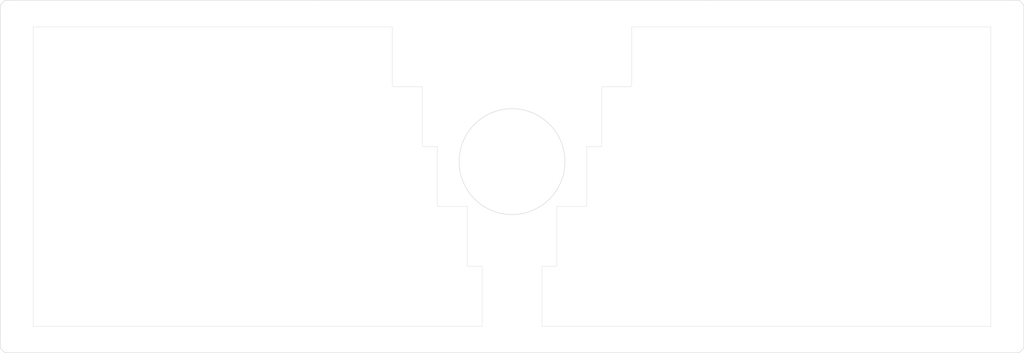
<source format=kicad_pcb>
(kicad_pcb (version 20171130) (host pcbnew "(5.1.12)-1")

  (general
    (thickness 1.6)
    (drawings 41)
    (tracks 0)
    (zones 0)
    (modules 10)
    (nets 1)
  )

  (page A3)
  (layers
    (0 F.Cu signal)
    (31 B.Cu signal)
    (32 B.Adhes user)
    (33 F.Adhes user)
    (34 B.Paste user)
    (35 F.Paste user)
    (36 B.SilkS user)
    (37 F.SilkS user)
    (38 B.Mask user)
    (39 F.Mask user)
    (40 Dwgs.User user)
    (41 Cmts.User user)
    (42 Eco1.User user)
    (43 Eco2.User user)
    (44 Edge.Cuts user)
    (45 Margin user)
    (46 B.CrtYd user)
    (47 F.CrtYd user)
    (48 B.Fab user)
    (49 F.Fab user)
  )

  (setup
    (last_trace_width 0.25)
    (user_trace_width 0.5)
    (user_trace_width 0.5)
    (trace_clearance 0.2)
    (zone_clearance 0.508)
    (zone_45_only no)
    (trace_min 0.2)
    (via_size 0.8)
    (via_drill 0.4)
    (via_min_size 0.4)
    (via_min_drill 0.3)
    (uvia_size 0.3)
    (uvia_drill 0.1)
    (uvias_allowed no)
    (uvia_min_size 0.2)
    (uvia_min_drill 0.1)
    (edge_width 0.1)
    (segment_width 0.2)
    (pcb_text_width 0.3)
    (pcb_text_size 1.5 1.5)
    (mod_edge_width 0.15)
    (mod_text_size 1 1)
    (mod_text_width 0.15)
    (pad_size 2.2 2.2)
    (pad_drill 2.2)
    (pad_to_mask_clearance 0)
    (aux_axis_origin 0 0)
    (visible_elements 7FFFFFFF)
    (pcbplotparams
      (layerselection 0x01000_7ffffffe)
      (usegerberextensions true)
      (usegerberattributes false)
      (usegerberadvancedattributes false)
      (creategerberjobfile false)
      (excludeedgelayer true)
      (linewidth 0.100000)
      (plotframeref false)
      (viasonmask false)
      (mode 1)
      (useauxorigin false)
      (hpglpennumber 1)
      (hpglpenspeed 20)
      (hpglpendiameter 15.000000)
      (psnegative false)
      (psa4output false)
      (plotreference true)
      (plotvalue true)
      (plotinvisibletext false)
      (padsonsilk false)
      (subtractmaskfromsilk false)
      (outputformat 4)
      (mirror false)
      (drillshape 0)
      (scaleselection 1)
      (outputdirectory "C:/Users/サリチル酸/Desktop/"))
  )

  (net 0 "")

  (net_class Default "これはデフォルトのネット クラスです。"
    (clearance 0.2)
    (trace_width 0.25)
    (via_dia 0.8)
    (via_drill 0.4)
    (uvia_dia 0.3)
    (uvia_drill 0.1)
  )

  (module kbd_Hole:m2_Screw_Hole_EdgeCuts (layer F.Cu) (tedit 5DA73E67) (tstamp 60A2FDC4)
    (at 331.825 120.25)
    (descr "Mounting Hole 2.2mm, no annular, M2")
    (tags "mounting hole 2.2mm no annular m2")
    (path /629E70FB)
    (attr virtual)
    (fp_text reference J17 (at 0 -3.2) (layer F.Fab) hide
      (effects (font (size 1 1) (thickness 0.15)))
    )
    (fp_text value Conn_01x01 (at 0 3.2) (layer F.Fab) hide
      (effects (font (size 1 1) (thickness 0.15)))
    )
    (fp_circle (center 0 0) (end 1.1 0) (layer Edge.Cuts) (width 0.01))
    (fp_text user %R (at 0.3 0) (layer F.Fab) hide
      (effects (font (size 1 1) (thickness 0.15)))
    )
  )

  (module kbd_Hole:m2_Screw_Hole_EdgeCuts (layer F.Cu) (tedit 5DA73E67) (tstamp 60A2FDBE)
    (at 331.825 66.65)
    (descr "Mounting Hole 2.2mm, no annular, M2")
    (tags "mounting hole 2.2mm no annular m2")
    (path /629E70E7)
    (attr virtual)
    (fp_text reference J16 (at 0 -3.2) (layer F.Fab) hide
      (effects (font (size 1 1) (thickness 0.15)))
    )
    (fp_text value Conn_01x01 (at 0 3.2) (layer F.Fab) hide
      (effects (font (size 1 1) (thickness 0.15)))
    )
    (fp_circle (center 0 0) (end 1.1 0) (layer Edge.Cuts) (width 0.01))
    (fp_text user %R (at 0.3 0) (layer F.Fab) hide
      (effects (font (size 1 1) (thickness 0.15)))
    )
  )

  (module kbd_Hole:m2_Screw_Hole_EdgeCuts (layer F.Cu) (tedit 5DA73E67) (tstamp 60A2FDB8)
    (at 331.825 13.05)
    (descr "Mounting Hole 2.2mm, no annular, M2")
    (tags "mounting hole 2.2mm no annular m2")
    (path /5CC9EE7D)
    (attr virtual)
    (fp_text reference J15 (at 0 -3.2) (layer F.Fab) hide
      (effects (font (size 1 1) (thickness 0.15)))
    )
    (fp_text value Conn_01x01 (at 0 3.2) (layer F.Fab) hide
      (effects (font (size 1 1) (thickness 0.15)))
    )
    (fp_circle (center 0 0) (end 1.1 0) (layer Edge.Cuts) (width 0.01))
    (fp_text user %R (at 0.3 0) (layer F.Fab) hide
      (effects (font (size 1 1) (thickness 0.15)))
    )
  )

  (module kbd_Hole:m2_Screw_Hole_EdgeCuts (layer F.Cu) (tedit 5DA73E67) (tstamp 60A2FDB2)
    (at 234.325 120.25)
    (descr "Mounting Hole 2.2mm, no annular, M2")
    (tags "mounting hole 2.2mm no annular m2")
    (path /5CC48CD6)
    (attr virtual)
    (fp_text reference J14 (at 0 -3.2) (layer F.Fab) hide
      (effects (font (size 1 1) (thickness 0.15)))
    )
    (fp_text value Conn_01x01 (at 0 3.2) (layer F.Fab) hide
      (effects (font (size 1 1) (thickness 0.15)))
    )
    (fp_circle (center 0 0) (end 1.1 0) (layer Edge.Cuts) (width 0.01))
    (fp_text user %R (at 0.3 0) (layer F.Fab) hide
      (effects (font (size 1 1) (thickness 0.15)))
    )
  )

  (module kbd_Hole:m2_Screw_Hole_EdgeCuts (layer F.Cu) (tedit 5DA73E67) (tstamp 60A2FDAC)
    (at 108.575 120.25)
    (descr "Mounting Hole 2.2mm, no annular, M2")
    (tags "mounting hole 2.2mm no annular m2")
    (path /629102FD)
    (attr virtual)
    (fp_text reference J13 (at 0 -3.2) (layer F.Fab) hide
      (effects (font (size 1 1) (thickness 0.15)))
    )
    (fp_text value Conn_01x01 (at 0 3.2) (layer F.Fab) hide
      (effects (font (size 1 1) (thickness 0.15)))
    )
    (fp_circle (center 0 0) (end 1.1 0) (layer Edge.Cuts) (width 0.01))
    (fp_text user %R (at 0.3 0) (layer F.Fab) hide
      (effects (font (size 1 1) (thickness 0.15)))
    )
  )

  (module kbd_Hole:m2_Screw_Hole_EdgeCuts (layer F.Cu) (tedit 5DA73E67) (tstamp 60A2FDA6)
    (at 234.325 13.05)
    (descr "Mounting Hole 2.2mm, no annular, M2")
    (tags "mounting hole 2.2mm no annular m2")
    (path /629102E9)
    (attr virtual)
    (fp_text reference J12 (at 0 -3.2) (layer F.Fab) hide
      (effects (font (size 1 1) (thickness 0.15)))
    )
    (fp_text value Conn_01x01 (at 0 3.2) (layer F.Fab) hide
      (effects (font (size 1 1) (thickness 0.15)))
    )
    (fp_circle (center 0 0) (end 1.1 0) (layer Edge.Cuts) (width 0.01))
    (fp_text user %R (at 0.3 0) (layer F.Fab) hide
      (effects (font (size 1 1) (thickness 0.15)))
    )
  )

  (module kbd_Hole:m2_Screw_Hole_EdgeCuts (layer F.Cu) (tedit 5DA73E67) (tstamp 60A2FDA0)
    (at 108.575 13.05)
    (descr "Mounting Hole 2.2mm, no annular, M2")
    (tags "mounting hole 2.2mm no annular m2")
    (path /64540392)
    (attr virtual)
    (fp_text reference J11 (at 0 -3.2) (layer F.Fab) hide
      (effects (font (size 1 1) (thickness 0.15)))
    )
    (fp_text value Conn_01x01 (at 0 3.2) (layer F.Fab) hide
      (effects (font (size 1 1) (thickness 0.15)))
    )
    (fp_circle (center 0 0) (end 1.1 0) (layer Edge.Cuts) (width 0.01))
    (fp_text user %R (at 0.3 0) (layer F.Fab) hide
      (effects (font (size 1 1) (thickness 0.15)))
    )
  )

  (module kbd_Hole:m2_Screw_Hole_EdgeCuts (layer F.Cu) (tedit 5DA73E67) (tstamp 60A2FD9A)
    (at 11.075 120.25)
    (descr "Mounting Hole 2.2mm, no annular, M2")
    (tags "mounting hole 2.2mm no annular m2")
    (path /6454037E)
    (attr virtual)
    (fp_text reference J10 (at 0 -3.2) (layer F.Fab) hide
      (effects (font (size 1 1) (thickness 0.15)))
    )
    (fp_text value Conn_01x01 (at 0 3.2) (layer F.Fab) hide
      (effects (font (size 1 1) (thickness 0.15)))
    )
    (fp_circle (center 0 0) (end 1.1 0) (layer Edge.Cuts) (width 0.01))
    (fp_text user %R (at 0.3 0) (layer F.Fab) hide
      (effects (font (size 1 1) (thickness 0.15)))
    )
  )

  (module kbd_Hole:m2_Screw_Hole_EdgeCuts (layer F.Cu) (tedit 5DA73E67) (tstamp 60A2FD94)
    (at 11.075 66.65)
    (descr "Mounting Hole 2.2mm, no annular, M2")
    (tags "mounting hole 2.2mm no annular m2")
    (path /629E7105)
    (attr virtual)
    (fp_text reference J9 (at 0 -3.2) (layer F.Fab) hide
      (effects (font (size 1 1) (thickness 0.15)))
    )
    (fp_text value Conn_01x01 (at 0 3.2) (layer F.Fab) hide
      (effects (font (size 1 1) (thickness 0.15)))
    )
    (fp_circle (center 0 0) (end 1.1 0) (layer Edge.Cuts) (width 0.01))
    (fp_text user %R (at 0.3 0) (layer F.Fab) hide
      (effects (font (size 1 1) (thickness 0.15)))
    )
  )

  (module kbd_Hole:m2_Screw_Hole_EdgeCuts (layer F.Cu) (tedit 5DA73E67) (tstamp 60A2FD8E)
    (at 11.075 13.05)
    (descr "Mounting Hole 2.2mm, no annular, M2")
    (tags "mounting hole 2.2mm no annular m2")
    (path /629E70F1)
    (attr virtual)
    (fp_text reference J8 (at 0 -3.2) (layer F.Fab) hide
      (effects (font (size 1 1) (thickness 0.15)))
    )
    (fp_text value Conn_01x01 (at 0 3.2) (layer F.Fab) hide
      (effects (font (size 1 1) (thickness 0.15)))
    )
    (fp_circle (center 0 0) (end 1.1 0) (layer Edge.Cuts) (width 0.01))
    (fp_text user %R (at 0.3 0) (layer F.Fab) hide
      (effects (font (size 1 1) (thickness 0.15)))
    )
  )

  (gr_arc (start 185.2375 94.75) (end 185.2375 95.25) (angle -90) (layer Edge.Cuts) (width 0.1) (tstamp 61D849DE))
  (gr_arc (start 194.7625 75.7) (end 194.7625 76.2) (angle -90) (layer Edge.Cuts) (width 0.1) (tstamp 61D849DB))
  (gr_arc (start 199.525 56.65) (end 199.525 57.15) (angle -90) (layer Edge.Cuts) (width 0.1) (tstamp 61D849D7))
  (gr_arc (start 209.05 37.6) (end 209.05 38.1) (angle -90) (layer Edge.Cuts) (width 0.1) (tstamp 61D849D3))
  (gr_arc (start 133.85 37.6) (end 133.35 37.6) (angle -90) (layer Edge.Cuts) (width 0.1) (tstamp 61D849CF))
  (gr_arc (start 143.375 56.65) (end 142.875 56.65) (angle -90) (layer Edge.Cuts) (width 0.1) (tstamp 61D849CA))
  (gr_arc (start 148.1375 75.7) (end 147.6375 75.7) (angle -90) (layer Edge.Cuts) (width 0.1) (tstamp 61D849C4))
  (gr_arc (start 157.6625 94.75) (end 157.1625 94.75) (angle -90) (layer Edge.Cuts) (width 0.1))
  (gr_line (start 19.05 19.05) (end 133.35 19.05) (layer Edge.Cuts) (width 0.1) (tstamp 61D84488))
  (gr_line (start 19.05 114.3) (end 19.05 19.05) (layer Edge.Cuts) (width 0.1))
  (gr_line (start 161.925 114.3) (end 19.05 114.3) (layer Edge.Cuts) (width 0.1))
  (gr_line (start 161.925 95.25) (end 161.925 114.3) (layer Edge.Cuts) (width 0.1))
  (gr_line (start 157.6625 95.25) (end 161.925 95.25) (layer Edge.Cuts) (width 0.1))
  (gr_line (start 157.1625 76.2) (end 157.1625 94.75) (layer Edge.Cuts) (width 0.1))
  (gr_line (start 148.1375 76.2) (end 157.1625 76.2) (layer Edge.Cuts) (width 0.1))
  (gr_line (start 147.6375 57.15) (end 147.6375 75.7) (layer Edge.Cuts) (width 0.1))
  (gr_line (start 143.375 57.15) (end 147.6375 57.15) (layer Edge.Cuts) (width 0.1))
  (gr_line (start 142.875 38.1) (end 142.875 56.65) (layer Edge.Cuts) (width 0.1))
  (gr_line (start 133.85 38.1) (end 142.875 38.1) (layer Edge.Cuts) (width 0.1))
  (gr_line (start 133.35 19.05) (end 133.35 37.6) (layer Edge.Cuts) (width 0.1))
  (gr_line (start 323.85 19.05) (end 209.55 19.05) (layer Edge.Cuts) (width 0.1) (tstamp 61D84460))
  (gr_line (start 323.85 114.3) (end 323.85 19.05) (layer Edge.Cuts) (width 0.1))
  (gr_line (start 180.975 114.3) (end 323.85 114.3) (layer Edge.Cuts) (width 0.1))
  (gr_line (start 180.975 95.25) (end 180.975 114.3) (layer Edge.Cuts) (width 0.1))
  (gr_line (start 185.2375 95.25) (end 180.975 95.25) (layer Edge.Cuts) (width 0.1))
  (gr_line (start 185.7375 76.2) (end 185.7375 94.75) (layer Edge.Cuts) (width 0.1))
  (gr_line (start 194.7625 76.2) (end 185.7375 76.2) (layer Edge.Cuts) (width 0.1))
  (gr_line (start 195.2625 57.15) (end 195.2625 75.7) (layer Edge.Cuts) (width 0.1))
  (gr_line (start 199.525 57.15) (end 195.2625 57.15) (layer Edge.Cuts) (width 0.1))
  (gr_line (start 200.025 38.1) (end 200.025 56.65) (layer Edge.Cuts) (width 0.1))
  (gr_line (start 209.05 38.1) (end 200.025 38.1) (layer Edge.Cuts) (width 0.1))
  (gr_line (start 209.55 19.05) (end 209.55 37.6) (layer Edge.Cuts) (width 0.1))
  (gr_circle (center 171.45 61.9125) (end 188.28798 61.9125) (layer Edge.Cuts) (width 0.15))
  (gr_line (start 10.075 122.75) (end 8.575 121.25) (layer Edge.Cuts) (width 0.15) (tstamp 60883451))
  (gr_line (start 334.325 12.05) (end 332.825 10.55) (layer Edge.Cuts) (width 0.15) (tstamp 60883444))
  (gr_line (start 8.575 12.05) (end 10.075 10.55) (layer Edge.Cuts) (width 0.15) (tstamp 60883437))
  (gr_line (start 332.825 122.75) (end 334.325 121.25) (layer Edge.Cuts) (width 0.15))
  (gr_line (start 10.075 122.75) (end 332.825 122.75) (layer Edge.Cuts) (width 0.15))
  (gr_line (start 8.575 12.05) (end 8.575 121.25) (layer Edge.Cuts) (width 0.15))
  (gr_line (start 332.825 10.55) (end 10.075 10.55) (layer Edge.Cuts) (width 0.15))
  (gr_line (start 334.325 121.25) (end 334.325 12.05) (layer Edge.Cuts) (width 0.15))

)

</source>
